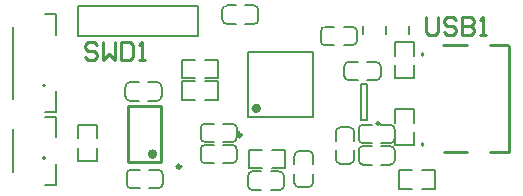
<source format=gto>
G04*
G04 #@! TF.GenerationSoftware,Altium Limited,Altium Designer,21.8.1 (53)*
G04*
G04 Layer_Color=65535*
%FSLAX44Y44*%
%MOMM*%
G71*
G04*
G04 #@! TF.SameCoordinates,C2C04723-665B-4EC8-97F3-F64F8151DB4A*
G04*
G04*
G04 #@! TF.FilePolarity,Positive*
G04*
G01*
G75*
%ADD10C,0.2000*%
%ADD11C,0.3000*%
%ADD12C,0.4000*%
%ADD13C,0.2500*%
%ADD14C,0.1270*%
%ADD15C,0.2540*%
D10*
X-177000Y11250D02*
G03*
X-177000Y11250I-1000J0D01*
G01*
Y-50250D02*
G03*
X-177000Y-50250I-1000J0D01*
G01*
X34100Y-71050D02*
G03*
X38100Y-75050I4000J0D01*
G01*
X45900D02*
G03*
X49900Y-71050I0J4000D01*
G01*
X49900Y-48350D02*
G03*
X45900Y-44350I-4000J-0D01*
G01*
X38100Y-44350D02*
G03*
X34100Y-48350I0J-4000D01*
G01*
X21343Y-77489D02*
G03*
X25343Y-73489I-0J4000D01*
G01*
Y-65689D02*
G03*
X21343Y-61689I-4000J0D01*
G01*
X-1357Y-61689D02*
G03*
X-5357Y-65689I0J-4000D01*
G01*
X-5357Y-73489D02*
G03*
X-1357Y-77489I4000J0D01*
G01*
X-350Y63100D02*
G03*
X3650Y67100I-0J4000D01*
G01*
Y74900D02*
G03*
X-350Y78900I-4000J0D01*
G01*
X-23050Y78900D02*
G03*
X-27050Y74900I0J-4000D01*
G01*
X-27050Y67100D02*
G03*
X-23050Y63100I4000J0D01*
G01*
X-105050Y13900D02*
G03*
X-109050Y9900I0J-4000D01*
G01*
Y2100D02*
G03*
X-105050Y-1900I4000J-0D01*
G01*
X-82350Y-1900D02*
G03*
X-78350Y2100I-0J4000D01*
G01*
X-78350Y9900D02*
G03*
X-82350Y13900I-4000J0D01*
G01*
X69100Y-51050D02*
G03*
X73100Y-55050I4000J0D01*
G01*
X80900D02*
G03*
X84900Y-51050I0J4000D01*
G01*
X84900Y-28350D02*
G03*
X80900Y-24350I-4000J-0D01*
G01*
X73100Y-24350D02*
G03*
X69100Y-28350I0J-4000D01*
G01*
X83050Y45100D02*
G03*
X87050Y49100I-0J4000D01*
G01*
Y56900D02*
G03*
X83050Y60900I-4000J0D01*
G01*
X60350Y60900D02*
G03*
X56350Y56900I0J-4000D01*
G01*
X56350Y49100D02*
G03*
X60350Y45100I4000J0D01*
G01*
X-41350Y-21100D02*
G03*
X-45350Y-25100I0J-4000D01*
G01*
Y-32900D02*
G03*
X-41350Y-36900I4000J-0D01*
G01*
X-18650Y-36900D02*
G03*
X-14650Y-32900I-0J4000D01*
G01*
X-14650Y-25100D02*
G03*
X-18650Y-21100I-4000J0D01*
G01*
X92350Y-40100D02*
G03*
X88350Y-44100I0J-4000D01*
G01*
Y-51900D02*
G03*
X92350Y-55900I4000J-0D01*
G01*
X115050Y-55900D02*
G03*
X119050Y-51900I-0J4000D01*
G01*
X119050Y-44100D02*
G03*
X115050Y-40100I-4000J0D01*
G01*
X92350Y-22100D02*
G03*
X88350Y-26100I0J-4000D01*
G01*
Y-33900D02*
G03*
X92350Y-37900I4000J-0D01*
G01*
X115050Y-37900D02*
G03*
X119050Y-33900I-0J4000D01*
G01*
X119050Y-26100D02*
G03*
X115050Y-22100I-4000J0D01*
G01*
X103050Y15350D02*
G03*
X107050Y19350I-0J4000D01*
G01*
Y27150D02*
G03*
X103050Y31150I-4000J0D01*
G01*
X80350Y31150D02*
G03*
X76350Y27150I0J-4000D01*
G01*
X76350Y19350D02*
G03*
X80350Y15350I4000J0D01*
G01*
X-104050Y-60100D02*
G03*
X-108050Y-64100I0J-4000D01*
G01*
Y-71900D02*
G03*
X-104050Y-75900I4000J-0D01*
G01*
X-81350Y-75900D02*
G03*
X-77350Y-71900I-0J4000D01*
G01*
X-77350Y-64100D02*
G03*
X-81350Y-60100I-4000J0D01*
G01*
X-41350Y-39100D02*
G03*
X-45350Y-43100I0J-4000D01*
G01*
Y-50900D02*
G03*
X-41350Y-54900I4000J-0D01*
G01*
X-18650Y-54900D02*
G03*
X-14650Y-50900I-0J4000D01*
G01*
X-14650Y-43100D02*
G03*
X-18650Y-39100I-4000J0D01*
G01*
X135150Y-20250D02*
Y-8900D01*
X119350Y-39600D02*
X135150D01*
X119350Y-8900D02*
X135150D01*
Y-39600D02*
Y-28250D01*
X119350Y-20250D02*
Y-8900D01*
Y-39600D02*
Y-28250D01*
X135150Y36500D02*
Y47850D01*
X119350Y17150D02*
X135150D01*
X119350Y47850D02*
X135150D01*
Y17150D02*
Y28500D01*
X119350Y36500D02*
Y47850D01*
Y17150D02*
Y28500D01*
X142000Y-76400D02*
X153350D01*
X122650D02*
Y-60600D01*
X153350Y-76400D02*
Y-60600D01*
X122650Y-76400D02*
X134000D01*
X142000Y-60600D02*
X153350D01*
X122650D02*
X134000D01*
X111250Y54500D02*
Y61500D01*
X91750Y54500D02*
Y61500D01*
X130750Y54500D02*
Y61500D01*
X111250Y54500D02*
Y61500D01*
X-5500Y-15500D02*
X49500D01*
X-5500Y39500D02*
X49500D01*
X-5500Y-15500D02*
Y39500D01*
X49500Y-15500D02*
Y39500D01*
X-47900Y53300D02*
Y78700D01*
X-149500Y53300D02*
X-47900D01*
X-149500Y78700D02*
X-47900D01*
X-149500Y53300D02*
Y78700D01*
X49900Y-71050D02*
Y-63700D01*
X49900Y-55700D02*
Y-48350D01*
X34100Y-55700D02*
Y-48350D01*
X38100Y-75050D02*
X45900D01*
X38100Y-44350D02*
X45900D01*
X34100Y-71050D02*
Y-63700D01*
X13993Y-61689D02*
X21343D01*
X-1357Y-61689D02*
X5993D01*
X-1357Y-77489D02*
X5993D01*
X25343Y-73489D02*
Y-65689D01*
X-5357Y-73489D02*
Y-65689D01*
X13993Y-77489D02*
X21343D01*
X-7700Y78900D02*
X-350D01*
X-23050Y78900D02*
X-15700D01*
X-23050Y63100D02*
X-15700D01*
X3650Y67100D02*
Y74900D01*
X-27050Y67100D02*
Y74900D01*
X-7700Y63100D02*
X-350D01*
X-105050Y-1900D02*
X-97700D01*
X-89700Y-1900D02*
X-82350D01*
X-89700Y13900D02*
X-82350D01*
X-109050Y2100D02*
Y9900D01*
X-78350Y2100D02*
Y9900D01*
X-105050Y13900D02*
X-97700D01*
X-61050Y32900D02*
X-49700D01*
X-41700D02*
X-30350D01*
X-61050Y17100D02*
X-49700D01*
X-30350D02*
Y32900D01*
X-61050Y17100D02*
Y32900D01*
X-41700Y17100D02*
X-30350D01*
X-61050Y14900D02*
X-49700D01*
X-41700D02*
X-30350D01*
X-61050Y-900D02*
X-49700D01*
X-30350D02*
Y14900D01*
X-61050Y-900D02*
Y14900D01*
X-41700Y-900D02*
X-30350D01*
X84900Y-51050D02*
Y-43700D01*
X84900Y-35700D02*
Y-28350D01*
X69100Y-35700D02*
Y-28350D01*
X73100Y-55050D02*
X80900D01*
X73100Y-24350D02*
X80900D01*
X69100Y-51050D02*
Y-43700D01*
X75700Y60900D02*
X83050D01*
X60350Y60900D02*
X67700D01*
X60350Y45100D02*
X67700D01*
X87050Y49100D02*
Y56900D01*
X56350Y49100D02*
Y56900D01*
X75700Y45100D02*
X83050D01*
X-41350Y-36900D02*
X-34000D01*
X-26000Y-36900D02*
X-18650D01*
X-26000Y-21100D02*
X-18650D01*
X-45350Y-32900D02*
Y-25100D01*
X-14650Y-32900D02*
Y-25100D01*
X-41350Y-21100D02*
X-34000D01*
X92350Y-55900D02*
X99700D01*
X107700Y-55900D02*
X115050D01*
X107700Y-40100D02*
X115050D01*
X88350Y-51900D02*
Y-44100D01*
X119050Y-51900D02*
Y-44100D01*
X92350Y-40100D02*
X99700D01*
X92350Y-37900D02*
X99700D01*
X107700Y-37900D02*
X115050D01*
X107700Y-22100D02*
X115050D01*
X88350Y-33900D02*
Y-26100D01*
X119050Y-33900D02*
Y-26100D01*
X92350Y-22100D02*
X99700D01*
X95700Y31150D02*
X103050D01*
X80350Y31150D02*
X87700D01*
X80350Y15350D02*
X87700D01*
X107050Y19350D02*
Y27150D01*
X76350Y19350D02*
Y27150D01*
X95700Y15350D02*
X103050D01*
X90500Y-18500D02*
X95500D01*
X90500Y12500D02*
X95500D01*
Y-18500D02*
Y12500D01*
X90500Y-18500D02*
Y12500D01*
X-148900Y-53050D02*
Y-41700D01*
Y-33700D02*
Y-22350D01*
X-133100Y-53050D02*
Y-41700D01*
X-148900Y-22350D02*
X-133100D01*
X-148900Y-53050D02*
X-133100D01*
Y-33700D02*
Y-22350D01*
X-104050Y-75900D02*
X-96700D01*
X-88700Y-75900D02*
X-81350D01*
X-88700Y-60100D02*
X-81350D01*
X-108050Y-71900D02*
Y-64100D01*
X-77350Y-71900D02*
Y-64100D01*
X-104050Y-60100D02*
X-96700D01*
X-41350Y-54900D02*
X-34000D01*
X-26000Y-54900D02*
X-18650D01*
X-26000Y-39100D02*
X-18650D01*
X-45350Y-50900D02*
Y-43100D01*
X-14650Y-50900D02*
Y-43100D01*
X-41350Y-39100D02*
X-34000D01*
X14797Y-59128D02*
X26147D01*
X-4553D02*
X6797D01*
X14797Y-43328D02*
X26147D01*
X-4553Y-59128D02*
Y-43328D01*
X26147Y-59128D02*
Y-43328D01*
X-4553D02*
X6797D01*
D11*
X-11000Y-30750D02*
G03*
X-11000Y-30750I-1500J0D01*
G01*
X-62250Y-57500D02*
G03*
X-62250Y-57500I-1500J0D01*
G01*
D12*
X3750Y-8250D02*
G03*
X3750Y-8250I-2000J0D01*
G01*
X-84000Y-47000D02*
G03*
X-84000Y-47000I-2000J0D01*
G01*
D13*
X106250Y-21250D02*
G03*
X106250Y-21250I-1250J0D01*
G01*
D14*
X-176750Y71250D02*
X-167500D01*
Y53600D02*
Y71250D01*
X-176750Y-11250D02*
X-167500D01*
Y6400D01*
X-204000Y-500D02*
Y60500D01*
X-176750Y-15250D02*
X-167500D01*
Y-32900D02*
Y-15250D01*
X-176750Y-72750D02*
X-167500D01*
Y-55100D01*
X-204000Y-62000D02*
Y-26000D01*
D15*
X216000Y-45250D02*
Y44750D01*
X199811Y-45250D02*
X216000D01*
X160311D02*
X180188D01*
X199780Y45470D02*
X214510D01*
X160280D02*
X180219D01*
X142500Y-39201D02*
Y-37811D01*
Y37311D02*
Y38701D01*
X-79000Y-54000D02*
Y-6000D01*
X-107000Y-54000D02*
Y-6000D01*
Y-54000D02*
X-79000D01*
X-107000Y-6000D02*
X-79000D01*
X145858Y69367D02*
Y56671D01*
X148397Y54132D01*
X153476D01*
X156015Y56671D01*
Y69367D01*
X171250Y66828D02*
X168711Y69367D01*
X163633D01*
X161093Y66828D01*
Y64288D01*
X163633Y61749D01*
X168711D01*
X171250Y59210D01*
Y56671D01*
X168711Y54132D01*
X163633D01*
X161093Y56671D01*
X176328Y69367D02*
Y54132D01*
X183946D01*
X186485Y56671D01*
Y59210D01*
X183946Y61749D01*
X176328D01*
X183946D01*
X186485Y64288D01*
Y66828D01*
X183946Y69367D01*
X176328D01*
X191563Y54132D02*
X196642D01*
X194103D01*
Y69367D01*
X191563Y66828D01*
X-133235Y45078D02*
X-135774Y47618D01*
X-140853D01*
X-143392Y45078D01*
Y42539D01*
X-140853Y40000D01*
X-135774D01*
X-133235Y37461D01*
Y34922D01*
X-135774Y32383D01*
X-140853D01*
X-143392Y34922D01*
X-128157Y47618D02*
Y32383D01*
X-123078Y37461D01*
X-118000Y32383D01*
Y47618D01*
X-112922D02*
Y32383D01*
X-105304D01*
X-102765Y34922D01*
Y45078D01*
X-105304Y47618D01*
X-112922D01*
X-97687Y32383D02*
X-92608D01*
X-95147D01*
Y47618D01*
X-97687Y45078D01*
M02*

</source>
